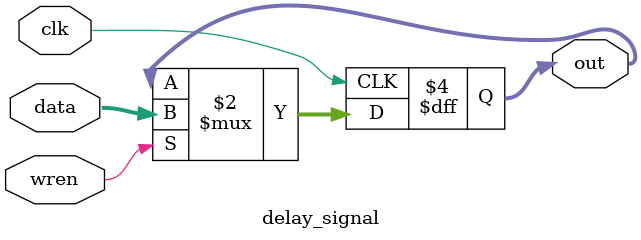
<source format=v>
module delay_signal(output reg[23:0] out, input clk, input[23:0] data, input wren);
	always @(posedge clk)
	begin
		if(wren)
			out <= data;
	end
endmodule

</source>
